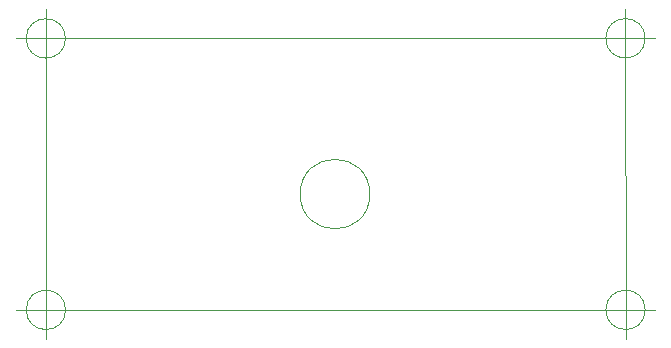
<source format=gbr>
%TF.GenerationSoftware,KiCad,Pcbnew,(5.1.9-13-g2d491f9cbd)-1*%
%TF.CreationDate,2021-02-20T16:02:13+01:00*%
%TF.ProjectId,Ant_Amp,416e745f-416d-4702-9e6b-696361645f70,rev?*%
%TF.SameCoordinates,Original*%
%TF.FileFunction,Profile,NP*%
%FSLAX46Y46*%
G04 Gerber Fmt 4.6, Leading zero omitted, Abs format (unit mm)*
G04 Created by KiCad (PCBNEW (5.1.9-13-g2d491f9cbd)-1) date 2021-02-20 16:02:13*
%MOMM*%
%LPD*%
G01*
G04 APERTURE LIST*
%TA.AperFunction,Profile*%
%ADD10C,0.050000*%
%TD*%
%TA.AperFunction,Profile*%
%ADD11C,0.120000*%
%TD*%
G04 APERTURE END LIST*
D10*
X144623066Y-101434820D02*
G75*
G03*
X144623066Y-101434820I-1666666J0D01*
G01*
X140456400Y-101434820D02*
X145456400Y-101434820D01*
X142956400Y-98934820D02*
X142956400Y-103934820D01*
X144630686Y-124421820D02*
G75*
G03*
X144630686Y-124421820I-1666666J0D01*
G01*
X140464020Y-124421820D02*
X145464020Y-124421820D01*
X142964020Y-121921820D02*
X142964020Y-126921820D01*
X95552806Y-124426900D02*
G75*
G03*
X95552806Y-124426900I-1666666J0D01*
G01*
X91386140Y-124426900D02*
X96386140Y-124426900D01*
X93886140Y-121926900D02*
X93886140Y-126926900D01*
X95545186Y-101442440D02*
G75*
G03*
X95545186Y-101442440I-1666666J0D01*
G01*
X91378520Y-101442440D02*
X96378520Y-101442440D01*
X93878520Y-98942440D02*
X93878520Y-103942440D01*
X142956400Y-101434820D02*
X142964020Y-124421820D01*
X93878520Y-101442440D02*
X142956400Y-101434820D01*
X93886140Y-124426900D02*
X93878520Y-101442440D01*
X142964020Y-124421820D02*
X93886140Y-124426900D01*
D11*
%TO.C,Q1*%
X121310529Y-114621820D02*
G75*
G03*
X121310529Y-114621820I-2946509J0D01*
G01*
%TD*%
M02*

</source>
